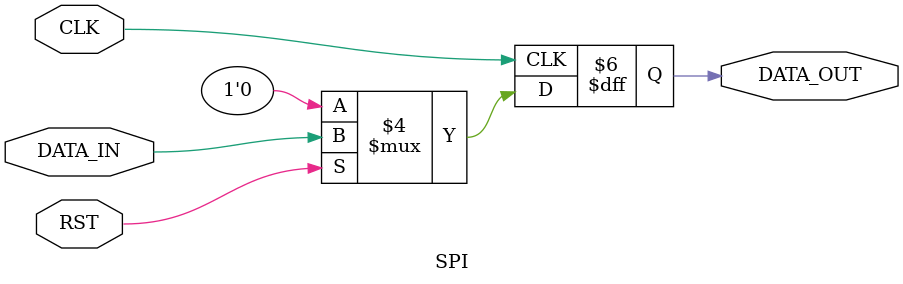
<source format=v>
`timescale 1ns / 1ps


module stim_rec(
input wire CLK,
input wire DATA_IN,
input wire [4:0] ARR_SEL,
input wire RST,
output reg [6:0]DAC0,
output reg [6:0]DAC1,
output reg [6:0]DAC2,
output reg [6:0]DAC3,
output reg [6:0]DAC4,
output reg [6:0]DAC5,
output reg [6:0]DAC6,
output reg [6:0]DAC7,
output reg [6:0]DAC8,
output reg [6:0]DAC9,
output reg [6:0]DAC10,
output reg [6:0]DAC11,
output reg [6:0]DAC12,
output reg [6:0]DAC13,
output reg [6:0]DAC14,
output reg [6:0]DAC15,
output reg [15:0]MUX
    );
    //where is output??????
    
    reg ARR0 = 0;
    reg ARR1 = 0;
    reg ARR2 = 0;
    reg ARR3 = 0;
    reg ARR4 = 0;
    reg ARR5 = 0;
    reg ARR6 = 0;
    reg ARR7 = 0;
    reg ARR8 = 0;
    reg ARR9 = 0;
    reg ARR10 = 0;
    reg ARR11 = 0;
    reg ARR12 = 0;
    reg ARR13 = 0;
    reg ARR14 = 0;
    reg ARR15 = 0;
    
    always @(*)
    begin
    case(ARR_SEL)
        4'b1111: ARR0 <= 1;
        4'b1101: ARR1 <= 1;
        4'b1110: ARR2 <= 1;
        4'b1100: ARR3 <= 1;
        4'b0111: ARR4 <= 1;
        4'b0101: ARR5 <= 1;
        4'b0110: ARR6 <= 1;
        4'b0100: ARR7 <= 1;
        4'b1011: ARR8 <= 1;
        4'b1001: ARR9 <= 1;
        4'b1010: ARR10 <= 1;
        4'b1000: ARR11 <= 1;
        4'b0011: ARR12 <= 1;
        4'b0001: ARR13 <= 1;
        4'b0010: ARR14 <= 1;
        4'b0000: ARR15 <= 1;
        
    endcase
    end
    
    
    always @(posedge CLK) 
    begin
    
    if(ARR_SEL[4] && ARR0)
    DAC0 <= dac;
    
    if(ARR_SEL[4] && ARR1)
    DAC1 <= dac;
    
    if(ARR_SEL[4] && ARR2)
    DAC2 <= dac;
    
    if(ARR_SEL[4] && ARR3)
    DAC3 <= dac;
    
    if(ARR_SEL[4] && ARR4)
    DAC4 <= dac;
    
    if(ARR_SEL[4] && ARR5)
    DAC5 <= dac;
    
    if(ARR_SEL[4] && ARR6)
    DAC6 <= dac;
    
    if(ARR_SEL[4] && ARR7)
    DAC7 <= dac;
    
    if(ARR_SEL[4] && ARR8)
    DAC8 <= dac;
    
    if(ARR_SEL[4] && ARR9)
    DAC9 <= dac;
    
    if(ARR_SEL[4] && ARR10)
    DAC10 <= dac;
    
    if(ARR_SEL[4] && ARR11)
    DAC11 <= dac;
    
    if(ARR_SEL[4] && ARR12)
    DAC12 <= dac;
    
    if(ARR_SEL[4] && ARR13)
    DAC13 <= dac;
    
    if(ARR_SEL[4] && ARR14)
    DAC14 <= dac;
    
    if(ARR_SEL[4] && ARR15)
    DAC15 <= dac;
    
    if(~ARR_SEL[4])
    MUX <= mux;
    
    end
    
    
    wire [15:0]mux;
    wire [6:0]dac;
    
    sevenbitSPI insdac(.DATA_IN(DATA_IN),.RST(RST),.CLK(CLK),.SHIFTOUT(dac));
    sixteenbitSPI insmux(.DATA_IN(DATA_IN),.RST(RST),.CLK(CLK),.SHIFTOUT(mux));    
   




	endmodule

module sevenbitSPI(
input wire DATA_IN,
input wire RST,
input wire CLK,
output wire [6:0]SHIFTOUT
    );
    
    SPI ins0(.CLK(CLK),.DATA_IN(DATA_IN),.DATA_OUT(SHIFTOUT[0]),.RST(RST));
    SPI ins1(.CLK(CLK),.DATA_IN(SHIFTOUT[0]),.DATA_OUT(SHIFTOUT[1]),.RST(RST));
    SPI ins2(.CLK(CLK),.DATA_IN(SHIFTOUT[1]),.DATA_OUT(SHIFTOUT[2]),.RST(RST));
    SPI ins3(.CLK(CLK),.DATA_IN(SHIFTOUT[2]),.DATA_OUT(SHIFTOUT[3]),.RST(RST));
    SPI ins4(.CLK(CLK),.DATA_IN(SHIFTOUT[3]),.DATA_OUT(SHIFTOUT[4]),.RST(RST));
    SPI ins5(.CLK(CLK),.DATA_IN(SHIFTOUT[4]),.DATA_OUT(SHIFTOUT[5]),.RST(RST));
    SPI ins6(.CLK(CLK),.DATA_IN(SHIFTOUT[5]),.DATA_OUT(SHIFTOUT[6]),.RST(RST));
    
endmodule


module sixteenbitSPI(
input wire DATA_IN,
input wire RST,
input wire CLK,
output wire [15:0]SHIFTOUT
    );
    
    SPI ins0(.CLK(CLK),.DATA_IN(DATA_IN),.DATA_OUT(SHIFTOUT[0]),.RST(RST));
    SPI ins1(.CLK(CLK),.DATA_IN(SHIFTOUT[0]),.DATA_OUT(SHIFTOUT[1]),.RST(RST));
    SPI ins2(.CLK(CLK),.DATA_IN(SHIFTOUT[1]),.DATA_OUT(SHIFTOUT[2]),.RST(RST));
    SPI ins3(.CLK(CLK),.DATA_IN(SHIFTOUT[2]),.DATA_OUT(SHIFTOUT[3]),.RST(RST));
    SPI ins4(.CLK(CLK),.DATA_IN(SHIFTOUT[3]),.DATA_OUT(SHIFTOUT[4]),.RST(RST));
    SPI ins5(.CLK(CLK),.DATA_IN(SHIFTOUT[4]),.DATA_OUT(SHIFTOUT[5]),.RST(RST));
    SPI ins6(.CLK(CLK),.DATA_IN(SHIFTOUT[5]),.DATA_OUT(SHIFTOUT[6]),.RST(RST));
    SPI ins7(.CLK(CLK),.DATA_IN(SHIFTOUT[6]),.DATA_OUT(SHIFTOUT[7]),.RST(RST));
    SPI ins8(.CLK(CLK),.DATA_IN(SHIFTOUT[7]),.DATA_OUT(SHIFTOUT[8]),.RST(RST));
    SPI ins9(.CLK(CLK),.DATA_IN(SHIFTOUT[8]),.DATA_OUT(SHIFTOUT[9]),.RST(RST));
    SPI ins10(.CLK(CLK),.DATA_IN(SHIFTOUT[9]),.DATA_OUT(SHIFTOUT[10]),.RST(RST));
    SPI ins11(.CLK(CLK),.DATA_IN(SHIFTOUT[10]),.DATA_OUT(SHIFTOUT[11]),.RST(RST));
    SPI ins12(.CLK(CLK),.DATA_IN(SHIFTOUT[11]),.DATA_OUT(SHIFTOUT[12]),.RST(RST));
    SPI ins13(.CLK(CLK),.DATA_IN(SHIFTOUT[12]),.DATA_OUT(SHIFTOUT[13]),.RST(RST));
    SPI ins14(.CLK(CLK),.DATA_IN(SHIFTOUT[13]),.DATA_OUT(SHIFTOUT[14]),.RST(RST));
    SPI ins15(.CLK(CLK),.DATA_IN(SHIFTOUT[14]),.DATA_OUT(SHIFTOUT[15]),.RST(RST));
    
endmodule


module SPI(
input wire CLK,
input wire DATA_IN,
output reg DATA_OUT,
input wire RST);

always @(posedge CLK)
begin
    if(~RST)
        DATA_OUT <= 1'b0;
    else
        DATA_OUT <= DATA_IN;
end

endmodule



</source>
